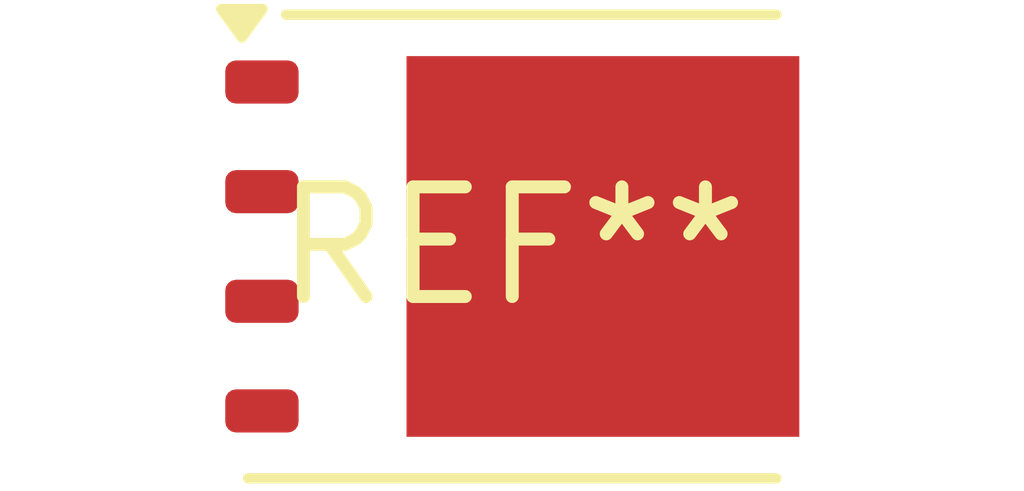
<source format=kicad_pcb>
(kicad_pcb (version 20240108) (generator pcbnew)
  (layers (0 "F.Cu" signal) (31 "B.Cu" signal) (34 "B.Paste" user) (35 "F.Paste" user) (36 "B.SilkS" user "B.Silkscreen") (37 "F.SilkS" user "F.Silkscreen") (38 "B.Mask" user) (39 "F.Mask" user) (44 "Edge.Cuts" user))
  (net 0 "")
  (footprint "TDSON-8-1" (layer "F.Cu") (at 0 0)
    (property "Reference" "REF**")
    (property "Value" "TDSON-8-1")
    (fp_line (start 3.06 -2.685) (end -2.62 -2.685) (layer "F.SilkS") (stroke (width 0.12)))
    (fp_line (start 3.06 2.685) (end -3.06 2.685) (layer "F.SilkS") (stroke (width 0.12)))
    (fp_poly (pts (xy -3.131622 -2.42027) (xy -3.371622 -2.75027) (xy -2.891622 -2.75027) (xy -3.131622 -2.42027)) (layer "F.SilkS") (stroke (width 0.12)) (fill solid))
    (pad "1" smd roundrect (at -2.9 -1.905) (size 0.85 0.5) (layers "F.Cu" "F.Paste" "F.Mask"))
    (pad "2" smd roundrect (at -2.9 -0.635) (size 0.85 0.5) (layers "F.Cu" "F.Paste" "F.Mask"))
    (pad "3" smd roundrect (at -2.9 0.635) (size 0.85 0.5) (layers "F.Cu" "F.Paste" "F.Mask"))
    (pad "4" smd roundrect (at -2.9 1.905) (size 0.85 0.5) (layers "F.Cu" "F.Paste" "F.Mask"))
    (pad "5" smd rect (at 1.05 0) (size 4.55 4.41) (layers "F.Cu"))
  )
)
</source>
